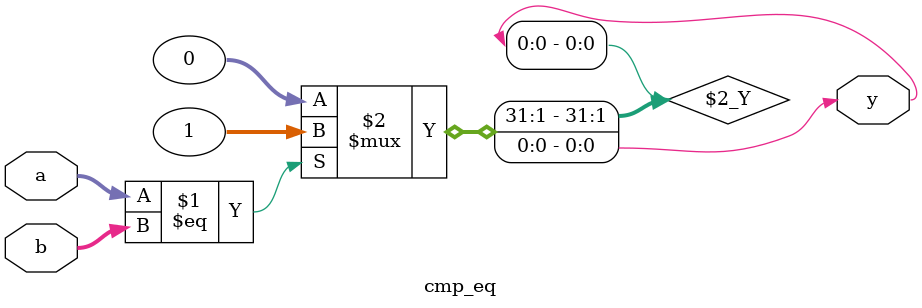
<source format=v>
module cmp_eq(
        input [31:0] a,
        input [31:0] b,
        output y
    );
    
    assign y = a == b ? 1 : 0;

endmodule

</source>
